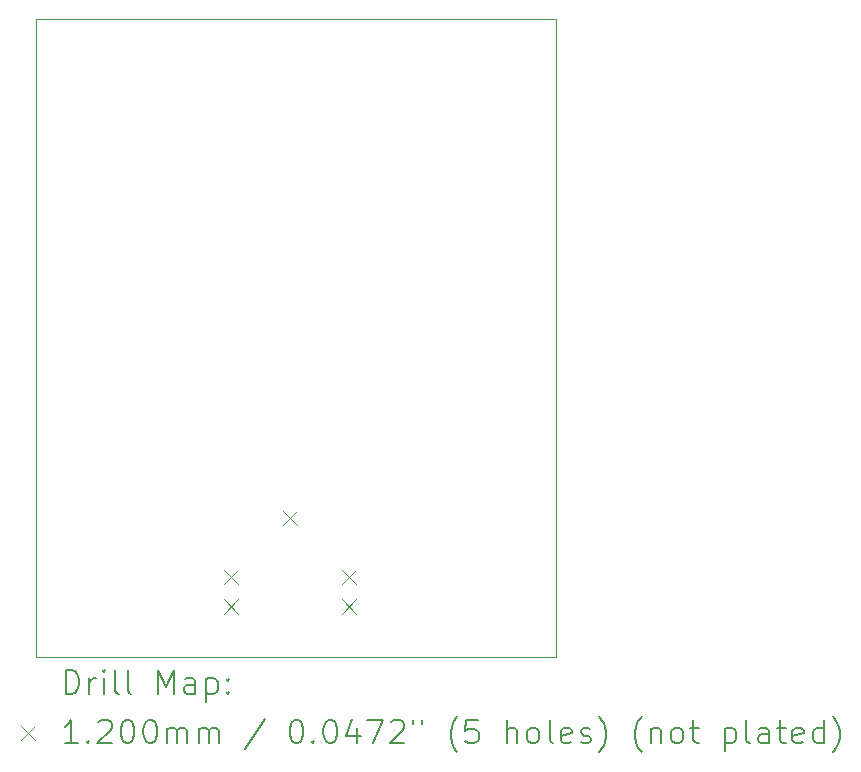
<source format=gbr>
%FSLAX45Y45*%
G04 Gerber Fmt 4.5, Leading zero omitted, Abs format (unit mm)*
G04 Created by KiCad (PCBNEW (6.0.5)) date 2022-06-24 16:52:56*
%MOMM*%
%LPD*%
G01*
G04 APERTURE LIST*
%TA.AperFunction,Profile*%
%ADD10C,0.100000*%
%TD*%
%ADD11C,0.200000*%
%ADD12C,0.120000*%
G04 APERTURE END LIST*
D10*
X9300000Y-6450000D02*
X13700000Y-6450000D01*
X13700000Y-6450000D02*
X13700000Y-11850000D01*
X13700000Y-11850000D02*
X9300000Y-11850000D01*
X9300000Y-11850000D02*
X9300000Y-6450000D01*
D11*
D12*
X10890550Y-11116000D02*
X11010550Y-11236000D01*
X11010550Y-11116000D02*
X10890550Y-11236000D01*
X10890550Y-11366000D02*
X11010550Y-11486000D01*
X11010550Y-11366000D02*
X10890550Y-11486000D01*
X11390550Y-10616000D02*
X11510550Y-10736000D01*
X11510550Y-10616000D02*
X11390550Y-10736000D01*
X11890550Y-11116000D02*
X12010550Y-11236000D01*
X12010550Y-11116000D02*
X11890550Y-11236000D01*
X11890550Y-11366000D02*
X12010550Y-11486000D01*
X12010550Y-11366000D02*
X11890550Y-11486000D01*
D11*
X9552619Y-12165476D02*
X9552619Y-11965476D01*
X9600238Y-11965476D01*
X9628810Y-11975000D01*
X9647857Y-11994048D01*
X9657381Y-12013095D01*
X9666905Y-12051190D01*
X9666905Y-12079762D01*
X9657381Y-12117857D01*
X9647857Y-12136905D01*
X9628810Y-12155952D01*
X9600238Y-12165476D01*
X9552619Y-12165476D01*
X9752619Y-12165476D02*
X9752619Y-12032143D01*
X9752619Y-12070238D02*
X9762143Y-12051190D01*
X9771667Y-12041667D01*
X9790714Y-12032143D01*
X9809762Y-12032143D01*
X9876429Y-12165476D02*
X9876429Y-12032143D01*
X9876429Y-11965476D02*
X9866905Y-11975000D01*
X9876429Y-11984524D01*
X9885952Y-11975000D01*
X9876429Y-11965476D01*
X9876429Y-11984524D01*
X10000238Y-12165476D02*
X9981190Y-12155952D01*
X9971667Y-12136905D01*
X9971667Y-11965476D01*
X10105000Y-12165476D02*
X10085952Y-12155952D01*
X10076429Y-12136905D01*
X10076429Y-11965476D01*
X10333571Y-12165476D02*
X10333571Y-11965476D01*
X10400238Y-12108333D01*
X10466905Y-11965476D01*
X10466905Y-12165476D01*
X10647857Y-12165476D02*
X10647857Y-12060714D01*
X10638333Y-12041667D01*
X10619286Y-12032143D01*
X10581190Y-12032143D01*
X10562143Y-12041667D01*
X10647857Y-12155952D02*
X10628810Y-12165476D01*
X10581190Y-12165476D01*
X10562143Y-12155952D01*
X10552619Y-12136905D01*
X10552619Y-12117857D01*
X10562143Y-12098809D01*
X10581190Y-12089286D01*
X10628810Y-12089286D01*
X10647857Y-12079762D01*
X10743095Y-12032143D02*
X10743095Y-12232143D01*
X10743095Y-12041667D02*
X10762143Y-12032143D01*
X10800238Y-12032143D01*
X10819286Y-12041667D01*
X10828810Y-12051190D01*
X10838333Y-12070238D01*
X10838333Y-12127381D01*
X10828810Y-12146428D01*
X10819286Y-12155952D01*
X10800238Y-12165476D01*
X10762143Y-12165476D01*
X10743095Y-12155952D01*
X10924048Y-12146428D02*
X10933571Y-12155952D01*
X10924048Y-12165476D01*
X10914524Y-12155952D01*
X10924048Y-12146428D01*
X10924048Y-12165476D01*
X10924048Y-12041667D02*
X10933571Y-12051190D01*
X10924048Y-12060714D01*
X10914524Y-12051190D01*
X10924048Y-12041667D01*
X10924048Y-12060714D01*
D12*
X9175000Y-12435000D02*
X9295000Y-12555000D01*
X9295000Y-12435000D02*
X9175000Y-12555000D01*
D11*
X9657381Y-12585476D02*
X9543095Y-12585476D01*
X9600238Y-12585476D02*
X9600238Y-12385476D01*
X9581190Y-12414048D01*
X9562143Y-12433095D01*
X9543095Y-12442619D01*
X9743095Y-12566428D02*
X9752619Y-12575952D01*
X9743095Y-12585476D01*
X9733571Y-12575952D01*
X9743095Y-12566428D01*
X9743095Y-12585476D01*
X9828810Y-12404524D02*
X9838333Y-12395000D01*
X9857381Y-12385476D01*
X9905000Y-12385476D01*
X9924048Y-12395000D01*
X9933571Y-12404524D01*
X9943095Y-12423571D01*
X9943095Y-12442619D01*
X9933571Y-12471190D01*
X9819286Y-12585476D01*
X9943095Y-12585476D01*
X10066905Y-12385476D02*
X10085952Y-12385476D01*
X10105000Y-12395000D01*
X10114524Y-12404524D01*
X10124048Y-12423571D01*
X10133571Y-12461667D01*
X10133571Y-12509286D01*
X10124048Y-12547381D01*
X10114524Y-12566428D01*
X10105000Y-12575952D01*
X10085952Y-12585476D01*
X10066905Y-12585476D01*
X10047857Y-12575952D01*
X10038333Y-12566428D01*
X10028810Y-12547381D01*
X10019286Y-12509286D01*
X10019286Y-12461667D01*
X10028810Y-12423571D01*
X10038333Y-12404524D01*
X10047857Y-12395000D01*
X10066905Y-12385476D01*
X10257381Y-12385476D02*
X10276429Y-12385476D01*
X10295476Y-12395000D01*
X10305000Y-12404524D01*
X10314524Y-12423571D01*
X10324048Y-12461667D01*
X10324048Y-12509286D01*
X10314524Y-12547381D01*
X10305000Y-12566428D01*
X10295476Y-12575952D01*
X10276429Y-12585476D01*
X10257381Y-12585476D01*
X10238333Y-12575952D01*
X10228810Y-12566428D01*
X10219286Y-12547381D01*
X10209762Y-12509286D01*
X10209762Y-12461667D01*
X10219286Y-12423571D01*
X10228810Y-12404524D01*
X10238333Y-12395000D01*
X10257381Y-12385476D01*
X10409762Y-12585476D02*
X10409762Y-12452143D01*
X10409762Y-12471190D02*
X10419286Y-12461667D01*
X10438333Y-12452143D01*
X10466905Y-12452143D01*
X10485952Y-12461667D01*
X10495476Y-12480714D01*
X10495476Y-12585476D01*
X10495476Y-12480714D02*
X10505000Y-12461667D01*
X10524048Y-12452143D01*
X10552619Y-12452143D01*
X10571667Y-12461667D01*
X10581190Y-12480714D01*
X10581190Y-12585476D01*
X10676429Y-12585476D02*
X10676429Y-12452143D01*
X10676429Y-12471190D02*
X10685952Y-12461667D01*
X10705000Y-12452143D01*
X10733571Y-12452143D01*
X10752619Y-12461667D01*
X10762143Y-12480714D01*
X10762143Y-12585476D01*
X10762143Y-12480714D02*
X10771667Y-12461667D01*
X10790714Y-12452143D01*
X10819286Y-12452143D01*
X10838333Y-12461667D01*
X10847857Y-12480714D01*
X10847857Y-12585476D01*
X11238333Y-12375952D02*
X11066905Y-12633095D01*
X11495476Y-12385476D02*
X11514524Y-12385476D01*
X11533571Y-12395000D01*
X11543095Y-12404524D01*
X11552619Y-12423571D01*
X11562143Y-12461667D01*
X11562143Y-12509286D01*
X11552619Y-12547381D01*
X11543095Y-12566428D01*
X11533571Y-12575952D01*
X11514524Y-12585476D01*
X11495476Y-12585476D01*
X11476428Y-12575952D01*
X11466905Y-12566428D01*
X11457381Y-12547381D01*
X11447857Y-12509286D01*
X11447857Y-12461667D01*
X11457381Y-12423571D01*
X11466905Y-12404524D01*
X11476428Y-12395000D01*
X11495476Y-12385476D01*
X11647857Y-12566428D02*
X11657381Y-12575952D01*
X11647857Y-12585476D01*
X11638333Y-12575952D01*
X11647857Y-12566428D01*
X11647857Y-12585476D01*
X11781190Y-12385476D02*
X11800238Y-12385476D01*
X11819286Y-12395000D01*
X11828809Y-12404524D01*
X11838333Y-12423571D01*
X11847857Y-12461667D01*
X11847857Y-12509286D01*
X11838333Y-12547381D01*
X11828809Y-12566428D01*
X11819286Y-12575952D01*
X11800238Y-12585476D01*
X11781190Y-12585476D01*
X11762143Y-12575952D01*
X11752619Y-12566428D01*
X11743095Y-12547381D01*
X11733571Y-12509286D01*
X11733571Y-12461667D01*
X11743095Y-12423571D01*
X11752619Y-12404524D01*
X11762143Y-12395000D01*
X11781190Y-12385476D01*
X12019286Y-12452143D02*
X12019286Y-12585476D01*
X11971667Y-12375952D02*
X11924048Y-12518809D01*
X12047857Y-12518809D01*
X12105000Y-12385476D02*
X12238333Y-12385476D01*
X12152619Y-12585476D01*
X12305000Y-12404524D02*
X12314524Y-12395000D01*
X12333571Y-12385476D01*
X12381190Y-12385476D01*
X12400238Y-12395000D01*
X12409762Y-12404524D01*
X12419286Y-12423571D01*
X12419286Y-12442619D01*
X12409762Y-12471190D01*
X12295476Y-12585476D01*
X12419286Y-12585476D01*
X12495476Y-12385476D02*
X12495476Y-12423571D01*
X12571667Y-12385476D02*
X12571667Y-12423571D01*
X12866905Y-12661667D02*
X12857381Y-12652143D01*
X12838333Y-12623571D01*
X12828809Y-12604524D01*
X12819286Y-12575952D01*
X12809762Y-12528333D01*
X12809762Y-12490238D01*
X12819286Y-12442619D01*
X12828809Y-12414048D01*
X12838333Y-12395000D01*
X12857381Y-12366428D01*
X12866905Y-12356905D01*
X13038333Y-12385476D02*
X12943095Y-12385476D01*
X12933571Y-12480714D01*
X12943095Y-12471190D01*
X12962143Y-12461667D01*
X13009762Y-12461667D01*
X13028809Y-12471190D01*
X13038333Y-12480714D01*
X13047857Y-12499762D01*
X13047857Y-12547381D01*
X13038333Y-12566428D01*
X13028809Y-12575952D01*
X13009762Y-12585476D01*
X12962143Y-12585476D01*
X12943095Y-12575952D01*
X12933571Y-12566428D01*
X13285952Y-12585476D02*
X13285952Y-12385476D01*
X13371667Y-12585476D02*
X13371667Y-12480714D01*
X13362143Y-12461667D01*
X13343095Y-12452143D01*
X13314524Y-12452143D01*
X13295476Y-12461667D01*
X13285952Y-12471190D01*
X13495476Y-12585476D02*
X13476428Y-12575952D01*
X13466905Y-12566428D01*
X13457381Y-12547381D01*
X13457381Y-12490238D01*
X13466905Y-12471190D01*
X13476428Y-12461667D01*
X13495476Y-12452143D01*
X13524048Y-12452143D01*
X13543095Y-12461667D01*
X13552619Y-12471190D01*
X13562143Y-12490238D01*
X13562143Y-12547381D01*
X13552619Y-12566428D01*
X13543095Y-12575952D01*
X13524048Y-12585476D01*
X13495476Y-12585476D01*
X13676428Y-12585476D02*
X13657381Y-12575952D01*
X13647857Y-12556905D01*
X13647857Y-12385476D01*
X13828809Y-12575952D02*
X13809762Y-12585476D01*
X13771667Y-12585476D01*
X13752619Y-12575952D01*
X13743095Y-12556905D01*
X13743095Y-12480714D01*
X13752619Y-12461667D01*
X13771667Y-12452143D01*
X13809762Y-12452143D01*
X13828809Y-12461667D01*
X13838333Y-12480714D01*
X13838333Y-12499762D01*
X13743095Y-12518809D01*
X13914524Y-12575952D02*
X13933571Y-12585476D01*
X13971667Y-12585476D01*
X13990714Y-12575952D01*
X14000238Y-12556905D01*
X14000238Y-12547381D01*
X13990714Y-12528333D01*
X13971667Y-12518809D01*
X13943095Y-12518809D01*
X13924048Y-12509286D01*
X13914524Y-12490238D01*
X13914524Y-12480714D01*
X13924048Y-12461667D01*
X13943095Y-12452143D01*
X13971667Y-12452143D01*
X13990714Y-12461667D01*
X14066905Y-12661667D02*
X14076428Y-12652143D01*
X14095476Y-12623571D01*
X14105000Y-12604524D01*
X14114524Y-12575952D01*
X14124048Y-12528333D01*
X14124048Y-12490238D01*
X14114524Y-12442619D01*
X14105000Y-12414048D01*
X14095476Y-12395000D01*
X14076428Y-12366428D01*
X14066905Y-12356905D01*
X14428809Y-12661667D02*
X14419286Y-12652143D01*
X14400238Y-12623571D01*
X14390714Y-12604524D01*
X14381190Y-12575952D01*
X14371667Y-12528333D01*
X14371667Y-12490238D01*
X14381190Y-12442619D01*
X14390714Y-12414048D01*
X14400238Y-12395000D01*
X14419286Y-12366428D01*
X14428809Y-12356905D01*
X14505000Y-12452143D02*
X14505000Y-12585476D01*
X14505000Y-12471190D02*
X14514524Y-12461667D01*
X14533571Y-12452143D01*
X14562143Y-12452143D01*
X14581190Y-12461667D01*
X14590714Y-12480714D01*
X14590714Y-12585476D01*
X14714524Y-12585476D02*
X14695476Y-12575952D01*
X14685952Y-12566428D01*
X14676428Y-12547381D01*
X14676428Y-12490238D01*
X14685952Y-12471190D01*
X14695476Y-12461667D01*
X14714524Y-12452143D01*
X14743095Y-12452143D01*
X14762143Y-12461667D01*
X14771667Y-12471190D01*
X14781190Y-12490238D01*
X14781190Y-12547381D01*
X14771667Y-12566428D01*
X14762143Y-12575952D01*
X14743095Y-12585476D01*
X14714524Y-12585476D01*
X14838333Y-12452143D02*
X14914524Y-12452143D01*
X14866905Y-12385476D02*
X14866905Y-12556905D01*
X14876428Y-12575952D01*
X14895476Y-12585476D01*
X14914524Y-12585476D01*
X15133571Y-12452143D02*
X15133571Y-12652143D01*
X15133571Y-12461667D02*
X15152619Y-12452143D01*
X15190714Y-12452143D01*
X15209762Y-12461667D01*
X15219286Y-12471190D01*
X15228809Y-12490238D01*
X15228809Y-12547381D01*
X15219286Y-12566428D01*
X15209762Y-12575952D01*
X15190714Y-12585476D01*
X15152619Y-12585476D01*
X15133571Y-12575952D01*
X15343095Y-12585476D02*
X15324048Y-12575952D01*
X15314524Y-12556905D01*
X15314524Y-12385476D01*
X15505000Y-12585476D02*
X15505000Y-12480714D01*
X15495476Y-12461667D01*
X15476428Y-12452143D01*
X15438333Y-12452143D01*
X15419286Y-12461667D01*
X15505000Y-12575952D02*
X15485952Y-12585476D01*
X15438333Y-12585476D01*
X15419286Y-12575952D01*
X15409762Y-12556905D01*
X15409762Y-12537857D01*
X15419286Y-12518809D01*
X15438333Y-12509286D01*
X15485952Y-12509286D01*
X15505000Y-12499762D01*
X15571667Y-12452143D02*
X15647857Y-12452143D01*
X15600238Y-12385476D02*
X15600238Y-12556905D01*
X15609762Y-12575952D01*
X15628809Y-12585476D01*
X15647857Y-12585476D01*
X15790714Y-12575952D02*
X15771667Y-12585476D01*
X15733571Y-12585476D01*
X15714524Y-12575952D01*
X15705000Y-12556905D01*
X15705000Y-12480714D01*
X15714524Y-12461667D01*
X15733571Y-12452143D01*
X15771667Y-12452143D01*
X15790714Y-12461667D01*
X15800238Y-12480714D01*
X15800238Y-12499762D01*
X15705000Y-12518809D01*
X15971667Y-12585476D02*
X15971667Y-12385476D01*
X15971667Y-12575952D02*
X15952619Y-12585476D01*
X15914524Y-12585476D01*
X15895476Y-12575952D01*
X15885952Y-12566428D01*
X15876428Y-12547381D01*
X15876428Y-12490238D01*
X15885952Y-12471190D01*
X15895476Y-12461667D01*
X15914524Y-12452143D01*
X15952619Y-12452143D01*
X15971667Y-12461667D01*
X16047857Y-12661667D02*
X16057381Y-12652143D01*
X16076428Y-12623571D01*
X16085952Y-12604524D01*
X16095476Y-12575952D01*
X16105000Y-12528333D01*
X16105000Y-12490238D01*
X16095476Y-12442619D01*
X16085952Y-12414048D01*
X16076428Y-12395000D01*
X16057381Y-12366428D01*
X16047857Y-12356905D01*
M02*

</source>
